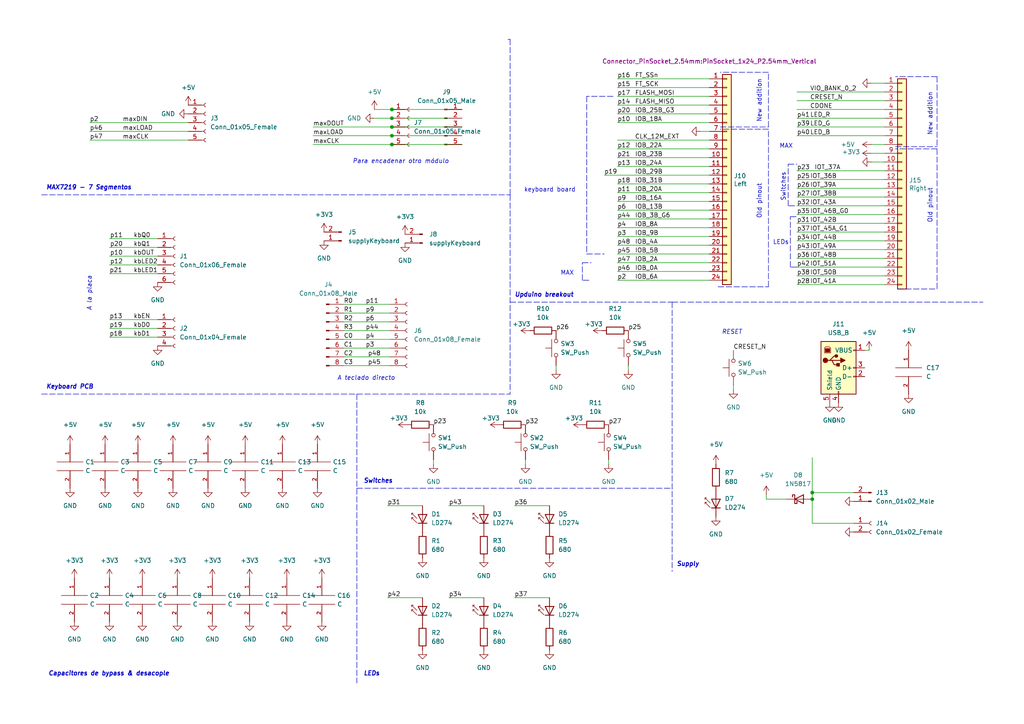
<source format=kicad_sch>
(kicad_sch (version 20211123) (generator eeschema)
  (paper "A4")
  (title_block (title "TP N° 2: Implementación de calculadora en FPGA") (date "2022-11-29") (company "22.13 - Electrónica III - Grupo 03"))
  (lib_symbols
    (symbol "Connector:Conn_01x02_Female" (pin_names (offset 1.016) hide)
      (property "Reference" "J" (at 0 2.54 0))
      (property "Value" "Conn_01x02_Female" (at 0 -5.08 0))
      (symbol "Conn_01x02_Female_1_1"
        (pin passive line (at -5.08 0 0) (length 3.81) (name "Pin_1") (number "1"))
        (pin passive line (at -5.08 -2.54 0) (length 3.81) (name "Pin_2") (number "2"))
      )
    )
    (symbol "Connector:Conn_01x02_Male" (pin_names (offset 1.016) hide)
      (property "Reference" "J" (at 0 2.54 0))
      (property "Value" "Conn_01x02_Male" (at 0 -5.08 0))
      (symbol "Conn_01x02_Male_1_1"
        (pin passive line (at 5.08 0 180) (length 3.81) (name "Pin_1") (number "1"))
        (pin passive line (at 5.08 -2.54 180) (length 3.81) (name "Pin_2") (number "2"))
      )
    )
    (symbol "Connector:Conn_01x04_Female" (pin_names (offset 1.016) hide)
      (property "Reference" "J" (at 0 5.08 0))
      (property "Value" "Conn_01x04_Female" (at 0 -7.62 0))
      (symbol "Conn_01x04_Female_1_1"
        (pin passive line (at -5.08 2.54 0) (length 3.81) (name "Pin_1") (number "1"))
        (pin passive line (at -5.08 0 0) (length 3.81) (name "Pin_2") (number "2"))
        (pin passive line (at -5.08 -2.54 0) (length 3.81) (name "Pin_3") (number "3"))
        (pin passive line (at -5.08 -5.08 0) (length 3.81) (name "Pin_4") (number "4"))
      )
    )
    (symbol "Connector:Conn_01x05_Female" (pin_names (offset 1.016) hide)
      (property "Reference" "J" (at 0 7.62 0))
      (property "Value" "Conn_01x05_Female" (at 0 -7.62 0))
      (symbol "Conn_01x05_Female_1_1"
        (pin passive line (at -5.08 5.08 0) (length 3.81) (name "Pin_1") (number "1"))
        (pin passive line (at -5.08 2.54 0) (length 3.81) (name "Pin_2") (number "2"))
        (pin passive line (at -5.08 0 0) (length 3.81) (name "Pin_3") (number "3"))
        (pin passive line (at -5.08 -2.54 0) (length 3.81) (name "Pin_4") (number "4"))
        (pin passive line (at -5.08 -5.08 0) (length 3.81) (name "Pin_5") (number "5"))
      )
    )
    (symbol "Connector:Conn_01x05_Male" (pin_names (offset 1.016) hide)
      (property "Reference" "J" (at 0 7.62 0))
      (property "Value" "Conn_01x05_Male" (at 0 -7.62 0))
      (symbol "Conn_01x05_Male_1_1"
        (pin passive line (at 5.08 5.08 180) (length 3.81) (name "Pin_1") (number "1"))
        (pin passive line (at 5.08 2.54 180) (length 3.81) (name "Pin_2") (number "2"))
        (pin passive line (at 5.08 0 180) (length 3.81) (name "Pin_3") (number "3"))
        (pin passive line (at 5.08 -2.54 180) (length 3.81) (name "Pin_4") (number "4"))
        (pin passive line (at 5.08 -5.08 180) (length 3.81) (name "Pin_5") (number "5"))
      )
    )
    (symbol "Connector:Conn_01x06_Female" (pin_names (offset 1.016) hide)
      (property "Reference" "J" (at 0 7.62 0))
      (property "Value" "Conn_01x06_Female" (at 0 -10.16 0))
      (symbol "Conn_01x06_Female_1_1"
        (pin passive line (at -5.08 5.08 0) (length 3.81) (name "Pin_1") (number "1"))
        (pin passive line (at -5.08 2.54 0) (length 3.81) (name "Pin_2") (number "2"))
        (pin passive line (at -5.08 0 0) (length 3.81) (name "Pin_3") (number "3"))
        (pin passive line (at -5.08 -2.54 0) (length 3.81) (name "Pin_4") (number "4"))
        (pin passive line (at -5.08 -5.08 0) (length 3.81) (name "Pin_5") (number "5"))
        (pin passive line (at -5.08 -7.62 0) (length 3.81) (name "Pin_6") (number "6"))
      )
    )
    (symbol "Connector:Conn_01x08_Female" (pin_names (offset 1.016) hide)
      (property "Reference" "J" (at 0 10.16 0))
      (property "Value" "Conn_01x08_Female" (at 0 -12.7 0))
      (symbol "Conn_01x08_Female_1_1"
        (pin passive line (at -5.08 7.62 0) (length 3.81) (name "Pin_1") (number "1"))
        (pin passive line (at -5.08 5.08 0) (length 3.81) (name "Pin_2") (number "2"))
        (pin passive line (at -5.08 2.54 0) (length 3.81) (name "Pin_3") (number "3"))
        (pin passive line (at -5.08 0 0) (length 3.81) (name "Pin_4") (number "4"))
        (pin passive line (at -5.08 -2.54 0) (length 3.81) (name "Pin_5") (number "5"))
        (pin passive line (at -5.08 -5.08 0) (length 3.81) (name "Pin_6") (number "6"))
        (pin passive line (at -5.08 -7.62 0) (length 3.81) (name "Pin_7") (number "7"))
        (pin passive line (at -5.08 -10.16 0) (length 3.81) (name "Pin_8") (number "8"))
      )
    )
    (symbol "Connector:Conn_01x08_Male" (pin_names (offset 1.016) hide)
      (property "Reference" "J" (at 0 10.16 0))
      (property "Value" "Conn_01x08_Male" (at 0 -12.7 0))
      (symbol "Conn_01x08_Male_1_1"
        (pin passive line (at 5.08 7.62 180) (length 3.81) (name "Pin_1") (number "1"))
        (pin passive line (at 5.08 5.08 180) (length 3.81) (name "Pin_2") (number "2"))
        (pin passive line (at 5.08 2.54 180) (length 3.81) (name "Pin_3") (number "3"))
        (pin passive line (at 5.08 0 180) (length 3.81) (name "Pin_4") (number "4"))
        (pin passive line (at 5.08 -2.54 180) (length 3.81) (name "Pin_5") (number "5"))
        (pin passive line (at 5.08 -5.08 180) (length 3.81) (name "Pin_6") (number "6"))
        (pin passive line (at 5.08 -7.62 180) (length 3.81) (name "Pin_7") (number "7"))
        (pin passive line (at 5.08 -10.16 180) (length 3.81) (name "Pin_8") (number "8"))
      )
    )
    (symbol "Connector:USB_B" (pin_names (offset 1.016))
      (property "Reference" "J" (at -5.08 11.43 0))
      (property "Value" "USB_B" (at -5.08 8.89 0))
      (symbol "USB_B_1_1"
        (pin power_out line (at 7.62 5.08 180) (length 2.54) (name "VBUS") (number "1"))
        (pin bidirectional line (at 7.62 -2.54 180) (length 2.54) (name "D-") (number "2"))
        (pin bidirectional line (at 7.62 0 180) (length 2.54) (name "D+") (number "3"))
        (pin power_out line (at 0 -10.16 90) (length 2.54) (name "GND") (number "4"))
        (pin passive line (at -2.54 -10.16 90) (length 2.54) (name "Shield") (number "5"))
      )
    )
    (symbol "Device:R" (pin_numbers hide) (pin_names (offset 0))
      (property "Reference" "R" (at 2.032 0 90))
      (property "Value" "R" (at 0 0 90))
      (symbol "R_1_1"
        (pin passive line (at 0 3.81 270) (length 1.27) (name "~") (number "1"))
        (pin passive line (at 0 -3.81 90) (length 1.27) (name "~") (number "2"))
      )
    )
    (symbol "Diode:1N5817" (pin_numbers hide) (pin_names (offset 1.016) hide)
      (property "Reference" "D" (at 0 2.54 0))
      (property "Value" "1N5817" (at 0 -2.54 0))
      (symbol "1N5817_1_1"
        (pin passive line (at -3.81 0 0) (length 2.54) (name "K") (number "1"))
        (pin passive line (at 3.81 0 180) (length 2.54) (name "A") (number "2"))
      )
    )
    (symbol "LED:LD274" (pin_numbers hide) (pin_names (offset 1.016) hide)
      (property "Reference" "D" (at 0.508 1.778 0))
      (property "Value" "LD274" (at -1.016 -2.794 0))
      (symbol "LD274_1_1"
        (pin passive line (at -5.08 0 0) (length 2.54) (name "K") (number "1"))
        (pin passive line (at 2.54 0 180) (length 2.54) (name "A") (number "2"))
      )
    )
    (symbol "Switch:SW_Push" (pin_numbers hide) (pin_names (offset 1.016) hide)
      (property "Reference" "SW" (at 1.27 2.54 0))
      (property "Value" "SW_Push" (at 0 -1.524 0))
      (symbol "SW_Push_0_1"
        (pin passive line (at -5.08 0 0) (length 2.54) (name "1") (number "1"))
        (pin passive line (at 5.08 0 180) (length 2.54) (name "2") (number "2"))
      )
    )
    (symbol "UPduino_v3.0:Connector_Generic_Conn_01x24" (pin_names (offset 1.016) hide)
      (property "Reference" "J" (at 0 30.48 0))
      (property "Value" "Connector_Generic_Conn_01x24" (at 0 -33.02 0))
      (symbol "Connector_Generic_Conn_01x24_1_1"
        (pin passive line (at -5.08 27.94 0) (length 3.81) (name "Pin_1") (number "1"))
        (pin passive line (at -5.08 5.08 0) (length 3.81) (name "Pin_10") (number "10"))
        (pin passive line (at -5.08 2.54 0) (length 3.81) (name "Pin_11") (number "11"))
        (pin passive line (at -5.08 0 0) (length 3.81) (name "Pin_12") (number "12"))
        (pin passive line (at -5.08 -2.54 0) (length 3.81) (name "Pin_13") (number "13"))
        (pin passive line (at -5.08 -5.08 0) (length 3.81) (name "Pin_14") (number "14"))
        (pin passive line (at -5.08 -7.62 0) (length 3.81) (name "Pin_15") (number "15"))
        (pin passive line (at -5.08 -10.16 0) (length 3.81) (name "Pin_16") (number "16"))
        (pin passive line (at -5.08 -12.7 0) (length 3.81) (name "Pin_17") (number "17"))
        (pin passive line (at -5.08 -15.24 0) (length 3.81) (name "Pin_18") (number "18"))
        (pin passive line (at -5.08 -17.78 0) (length 3.81) (name "Pin_19") (number "19"))
        (pin passive line (at -5.08 25.4 0) (length 3.81) (name "Pin_2") (number "2"))
        (pin passive line (at -5.08 -20.32 0) (length 3.81) (name "Pin_20") (number "20"))
        (pin passive line (at -5.08 -22.86 0) (length 3.81) (name "Pin_21") (number "21"))
        (pin passive line (at -5.08 -25.4 0) (length 3.81) (name "Pin_22") (number "22"))
        (pin passive line (at -5.08 -27.94 0) (length 3.81) (name "Pin_23") (number "23"))
        (pin passive line (at -5.08 -30.48 0) (length 3.81) (name "Pin_24") (number "24"))
        (pin passive line (at -5.08 22.86 0) (length 3.81) (name "Pin_3") (number "3"))
        (pin passive line (at -5.08 20.32 0) (length 3.81) (name "Pin_4") (number "4"))
        (pin passive line (at -5.08 17.78 0) (length 3.81) (name "Pin_5") (number "5"))
        (pin passive line (at -5.08 15.24 0) (length 3.81) (name "Pin_6") (number "6"))
        (pin passive line (at -5.08 12.7 0) (length 3.81) (name "Pin_7") (number "7"))
        (pin passive line (at -5.08 10.16 0) (length 3.81) (name "Pin_8") (number "8"))
        (pin passive line (at -5.08 7.62 0) (length 3.81) (name "Pin_9") (number "9"))
      )
    )
    (symbol "UPduino_v3.0:power_+3.3V" (power) (pin_names (offset 0))
      (property "Value" "power_+3.3V" (at 0 3.556 0))
      (symbol "power_+3.3V_1_1"
        (pin power_in line (at 0 0 90) (length 0) hide (name "+3V3") (number "1"))
      )
    )
    (symbol "UPduino_v3.0:power_GND" (power) (pin_names (offset 0))
      (property "Value" "power_GND" (at 0 -3.81 0))
      (symbol "power_GND_1_1"
        (pin power_in line (at 0 0 270) (length 0) hide (name "GND") (number "1"))
      )
    )
    (symbol "power:+3V3" (power) (pin_names (offset 0))
      (property "Value" "+3V3" (at 0 3.556 0))
      (symbol "+3V3_1_1"
        (pin power_in line (at 0 0 90) (length 0) hide (name "+3V3") (number "1"))
      )
    )
    (symbol "power:+5V" (power) (pin_names (offset 0))
      (property "Value" "+5V" (at 0 3.556 0))
      (symbol "+5V_1_1"
        (pin power_in line (at 0 0 90) (length 0) hide (name "+5V") (number "1"))
      )
    )
    (symbol "power:GND" (power) (pin_names (offset 0))
      (property "Value" "GND" (at 0 -3.81 0))
      (symbol "GND_1_1"
        (pin power_in line (at 0 0 270) (length 0) hide (name "GND") (number "1"))
      )
    )
    (symbol "pspice:C" (pin_names (offset 0.254))
      (property "Reference" "C" (at 2.54 3.81 90))
      (property "Value" "C" (at 2.54 -3.81 90))
      (symbol "C_1_1"
        (pin passive line (at 0 6.35 270) (length 5.08) (name "~") (number "1"))
        (pin passive line (at 0 -6.35 90) (length 5.08) (name "~") (number "2"))
      )
    )
  )
  (junction (at 113.665 31.75))
  (junction (at 113.665 39.37))
  (junction (at 235.585 142.875))
  (junction (at 113.665 41.91))
  (junction (at 113.665 36.83))
  (junction (at 235.585 144.78))
  (junction (at 113.665 34.29))
  (wire (pts (xy 179.07 22.86) (xy 205.74 22.86)))
  (wire (pts (xy 99.695 106.045) (xy 113.03 106.045)))
  (wire (pts (xy 179.07 27.94) (xy 205.74 27.94)))
  (wire (pts (xy 31.75 95.25) (xy 45.72 95.25)))
  (wire (pts (xy 31.75 71.755) (xy 45.72 71.755)))
  (wire (pts (xy 99.695 90.805) (xy 113.03 90.805)))
  (wire (pts (xy 99.695 95.885) (xy 113.03 95.885)))
  (polyline (pts (xy 271.78 43.18) (xy 259.715 43.18)))
  (wire (pts (xy 231.14 26.67) (xy 256.54 26.67)))
  (wire (pts (xy 231.14 67.31) (xy 256.54 67.31)))
  (wire (pts (xy 235.585 151.765) (xy 235.585 144.78)))
  (polyline (pts (xy 222.885 36.83) (xy 222.885 20.955)))
  (wire (pts (xy 231.14 74.93) (xy 256.54 74.93)))
  (wire (pts (xy 31.75 97.79) (xy 45.72 97.79)))
  (wire (pts (xy 179.07 73.66) (xy 205.74 73.66)))
  (wire (pts (xy 231.14 31.75) (xy 256.54 31.75)))
  (wire (pts (xy 179.07 25.4) (xy 205.74 25.4)))
  (polyline (pts (xy 103.505 141.605) (xy 194.945 141.605)))
  (wire (pts (xy 231.14 62.23) (xy 256.54 62.23)))
  (wire (pts (xy 231.14 59.69) (xy 256.54 59.69)))
  (wire (pts (xy 113.665 31.75) (xy 133.985 31.75)))
  (wire (pts (xy 130.175 146.685) (xy 140.335 146.685)))
  (polyline (pts (xy 170.815 81.28) (xy 168.91 81.28)))
  (wire (pts (xy 161.29 106.045) (xy 161.29 107.315)))
  (wire (pts (xy 179.07 58.42) (xy 205.74 58.42)))
  (wire (pts (xy 231.14 54.61) (xy 256.54 54.61)))
  (polyline (pts (xy 168.91 81.28) (xy 168.91 76.2)))
  (wire (pts (xy 179.07 55.88) (xy 205.74 55.88)))
  (polyline (pts (xy 194.945 87.63) (xy 194.945 87.63)))
  (wire (pts (xy 113.665 36.83) (xy 133.985 36.83)))
  (wire (pts (xy 231.14 77.47) (xy 256.54 77.47)))
  (polyline (pts (xy 222.885 37.465) (xy 208.915 37.465)))
  (wire (pts (xy 26.035 35.56) (xy 54.61 35.56)))
  (polyline (pts (xy 147.955 56.515) (xy 147.955 114.3)))
  (polyline (pts (xy 147.32 11.43) (xy 147.955 11.43)))
  (wire (pts (xy 99.695 98.425) (xy 113.03 98.425)))
  (wire (pts (xy 152.4 133.35) (xy 152.4 134.62)))
  (wire (pts (xy 231.14 39.37) (xy 256.54 39.37)))
  (polyline (pts (xy 208.915 36.83) (xy 222.885 36.83)))
  (polyline (pts (xy 103.505 114.3) (xy 103.505 198.12)))
  (wire (pts (xy 113.665 34.29) (xy 133.985 34.29)))
  (wire (pts (xy 26.035 38.1) (xy 54.61 38.1)))
  (wire (pts (xy 179.07 45.72) (xy 205.74 45.72)))
  (polyline (pts (xy 231.14 77.47) (xy 229.235 77.47)))
  (wire (pts (xy 90.805 39.37) (xy 113.665 39.37)))
  (wire (pts (xy 108.585 34.29) (xy 113.665 34.29)))
  (wire (pts (xy 179.07 43.18) (xy 205.74 43.18)))
  (polyline (pts (xy 228.6 59.69) (xy 228.6 47.625)))
  (wire (pts (xy 113.665 39.37) (xy 133.985 39.37)))
  (wire (pts (xy 252.73 24.13) (xy 256.54 24.13)))
  (wire (pts (xy 99.695 100.965) (xy 113.03 100.965)))
  (wire (pts (xy 182.245 106.045) (xy 182.245 107.315)))
  (wire (pts (xy 31.75 79.375) (xy 45.72 79.375)))
  (wire (pts (xy 179.07 33.02) (xy 205.74 33.02)))
  (polyline (pts (xy 194.945 87.63) (xy 285.115 87.63)))
  (wire (pts (xy 231.14 29.21) (xy 256.54 29.21)))
  (polyline (pts (xy 229.235 62.865) (xy 231.14 62.865)))
  (wire (pts (xy 231.14 57.15) (xy 256.54 57.15)))
  (wire (pts (xy 130.175 173.355) (xy 140.335 173.355)))
  (wire (pts (xy 179.07 30.48) (xy 205.74 30.48)))
  (wire (pts (xy 99.695 93.345) (xy 113.03 93.345)))
  (wire (pts (xy 179.07 40.64) (xy 205.74 40.64)))
  (polyline (pts (xy 260.35 83.82) (xy 271.78 83.82)))
  (wire (pts (xy 179.07 60.96) (xy 205.74 60.96)))
  (polyline (pts (xy 12.065 56.515) (xy 147.955 56.515)))
  (polyline (pts (xy 222.885 83.185) (xy 222.885 37.465)))
  (wire (pts (xy 179.07 48.26) (xy 205.74 48.26)))
  (wire (pts (xy 179.07 68.58) (xy 205.74 68.58)))
  (wire (pts (xy 26.035 40.64) (xy 54.61 40.64)))
  (wire (pts (xy 231.14 72.39) (xy 256.54 72.39)))
  (polyline (pts (xy 228.6 47.625) (xy 231.14 47.625)))
  (polyline (pts (xy 194.945 87.63) (xy 194.945 165.735)))
  (wire (pts (xy 31.75 74.295) (xy 45.72 74.295)))
  (wire (pts (xy 247.65 151.765) (xy 235.585 151.765)))
  (wire (pts (xy 90.805 41.91) (xy 113.665 41.91)))
  (wire (pts (xy 231.14 36.83) (xy 256.54 36.83)))
  (wire (pts (xy 179.07 71.12) (xy 205.74 71.12)))
  (wire (pts (xy 31.75 69.215) (xy 45.72 69.215)))
  (wire (pts (xy 222.25 143.51) (xy 222.25 144.78)))
  (wire (pts (xy 113.665 41.91) (xy 133.985 41.91)))
  (wire (pts (xy 222.25 144.78) (xy 227.965 144.78)))
  (wire (pts (xy 179.07 66.04) (xy 205.74 66.04)))
  (polyline (pts (xy 230.505 59.69) (xy 228.6 59.69)))
  (polyline (pts (xy 222.885 20.955) (xy 208.915 20.955)))
  (wire (pts (xy 179.07 78.74) (xy 205.74 78.74)))
  (polyline (pts (xy 147.955 87.63) (xy 194.945 87.63)))
  (wire (pts (xy 149.225 146.685) (xy 159.385 146.685)))
  (wire (pts (xy 252.73 44.45) (xy 256.54 44.45)))
  (wire (pts (xy 256.54 41.91) (xy 252.73 41.91)))
  (polyline (pts (xy 259.715 42.545) (xy 271.78 42.545)))
  (wire (pts (xy 99.695 88.265) (xy 113.03 88.265)))
  (wire (pts (xy 149.225 173.355) (xy 159.385 173.355)))
  (polyline (pts (xy 12.065 114.3) (xy 147.955 114.3)))
  (wire (pts (xy 212.725 111.76) (xy 212.725 113.03)))
  (wire (pts (xy 175.26 50.8) (xy 205.74 50.8)))
  (wire (pts (xy 231.14 34.29) (xy 256.54 34.29)))
  (wire (pts (xy 231.14 64.77) (xy 256.54 64.77)))
  (wire (pts (xy 231.14 82.55) (xy 256.54 82.55)))
  (polyline (pts (xy 271.78 22.225) (xy 271.78 42.545)))
  (wire (pts (xy 231.14 80.01) (xy 256.54 80.01)))
  (polyline (pts (xy 170.18 73.66) (xy 175.26 73.66)))
  (wire (pts (xy 176.53 133.35) (xy 176.53 134.62)))
  (polyline (pts (xy 271.78 22.225) (xy 259.715 22.225)))
  (polyline (pts (xy 147.955 56.515) (xy 147.955 11.43)))
  (wire (pts (xy 179.07 81.28) (xy 205.74 81.28)))
  (wire (pts (xy 231.14 69.85) (xy 256.54 69.85)))
  (wire (pts (xy 179.07 35.56) (xy 205.74 35.56)))
  (wire (pts (xy 31.75 76.835) (xy 45.72 76.835)))
  (polyline (pts (xy 271.78 43.18) (xy 271.78 83.82)))
  (wire (pts (xy 99.695 103.505) (xy 113.03 103.505)))
  (wire (pts (xy 179.07 63.5) (xy 205.74 63.5)))
  (wire (pts (xy 112.395 173.355) (xy 122.555 173.355)))
  (wire (pts (xy 205.74 38.1) (xy 203.2 38.1)))
  (wire (pts (xy 231.14 49.53) (xy 256.54 49.53)))
  (polyline (pts (xy 177.8 27.94) (xy 170.18 27.94)))
  (wire (pts (xy 252.095 101.6) (xy 250.825 101.6)))
  (wire (pts (xy 256.54 46.99) (xy 252.73 46.99)))
  (polyline (pts (xy 208.28 83.185) (xy 222.885 83.185)))
  (wire (pts (xy 235.585 142.875) (xy 235.585 144.78)))
  (wire (pts (xy 231.14 52.07) (xy 256.54 52.07)))
  (wire (pts (xy 235.585 132.715) (xy 235.585 142.875)))
  (wire (pts (xy 112.395 146.685) (xy 122.555 146.685)))
  (wire (pts (xy 179.07 76.2) (xy 205.74 76.2)))
  (wire (pts (xy 90.805 36.83) (xy 113.665 36.83)))
  (wire (pts (xy 31.75 92.71) (xy 45.72 92.71)))
  (wire (pts (xy 179.07 53.34) (xy 205.74 53.34)))
  (polyline (pts (xy 170.18 27.94) (xy 170.18 73.66)))
  (wire (pts (xy 125.73 133.35) (xy 125.73 134.62)))
  (polyline (pts (xy 229.235 77.47) (xy 229.235 62.865)))
  (wire (pts (xy 247.65 142.875) (xy 235.585 142.875)))
  (wire (pts (xy 108.585 31.75) (xy 113.665 31.75)))
  (polyline (pts (xy 168.91 76.2) (xy 171.45 76.2)))
  (text "A teclado directo" (at 97.79 110.49 0) (effects (font (size 1.27 1.27) italic) (justify left bottom)))
  (text "MAX" (at 226.06 43.18 0) (effects (font (size 1.27 1.27)) (justify left bottom)))
  (text "A la placa" (at 26.67 80.01 270) (effects (font (size 1.27 1.27) italic) (justify right bottom)))
  (text "LEDs" (at 105.41 196.215 0) (effects (font (size 1.27 1.27) (thickness 0.254) bold italic) (justify left bottom)))
  (text "MAX" (at 162.56 80.01 0) (effects (font (size 1.27 1.27)) (justify left bottom)))
  (text "Old pinout" (at 270.51 64.77 90) (effects (font (size 1.27 1.27)) (justify left bottom)))
  (text "Capacitores de bypass & desacople" (at 13.97 196.215 0) (effects (font (size 1.27 1.27) (thickness 0.254) bold italic) (justify left bottom)))
  (text "LEDs\n" (at 224.155 71.12 0) (effects (font (size 1.27 1.27)) (justify left bottom)))
  (text "Para encadenar otro módulo" (at 102.235 47.625 0) (effects (font (size 1.27 1.27) italic) (justify left bottom)))
  (text "Upduino breakout" (at 149.225 86.36 0) (effects (font (size 1.27 1.27) (thickness 0.254) bold italic) (justify left bottom)))
  (text "Supply" (at 196.215 164.465 0) (effects (font (size 1.27 1.27) (thickness 0.254) bold italic) (justify left bottom)))
  (text "MAX7219 - 7 Segmentos" (at 13.335 55.245 0) (effects (font (size 1.27 1.27) (thickness 0.254) bold italic) (justify left bottom)))
  (text "New addition" (at 270.51 39.37 90) (effects (font (size 1.27 1.27)) (justify left bottom)))
  (text "Switches" (at 105.41 140.335 0) (effects (font (size 1.27 1.27) (thickness 0.254) bold italic) (justify left bottom)))
  (text "keyboard board" (at 167.005 55.88 180) (effects (font (size 1.27 1.27)) (justify right bottom)))
  (text "RESET" (at 215.265 97.155 180) (effects (font (size 1.27 1.27) italic) (justify right bottom)))
  (text "Old pinout" (at 220.98 63.5 90) (effects (font (size 1.27 1.27)) (justify left bottom)))
  (text "New addition" (at 220.98 35.56 90) (effects (font (size 1.27 1.27)) (justify left bottom)))
  (text "Keyboard PCB" (at 13.335 113.03 0) (effects (font (size 1.27 1.27) (thickness 0.254) bold italic) (justify left bottom)))
  (text "Switches" (at 227.965 58.42 90) (effects (font (size 1.27 1.27)) (justify left bottom)))
  (label "p18" (at 31.75 97.79 0))
  (label "FLASH_MISO" (at 184.15 30.48 0))
  (label "kbQ1" (at 38.735 71.755 0))
  (label "p25" (at 182.245 95.885 0))
  (label "p11" (at 31.8813 69.215 0))
  (label "IOT_38B" (at 234.95 57.15 0))
  (label "IOT_36B" (at 234.95 52.07 0))
  (label "p19" (at 175.26 50.8 0))
  (label "p9" (at 179.07 58.42 0))
  (label "R1" (at 99.695 90.805 0))
  (label "IOB_5B" (at 184.15 73.66 0))
  (label "p34" (at 231.14 69.85 0))
  (label "CLK_12M_EXT" (at 184.15 40.64 0))
  (label "IOB_24A" (at 184.15 48.26 0))
  (label "p27" (at 176.53 123.19 0))
  (label "IOT_46B_G0" (at 234.95 62.23 0))
  (label "CRESET_N" (at 234.95 29.21 0))
  (label "IOT_41A" (at 234.95 82.55 0))
  (label "p46" (at 179.07 78.74 0))
  (label "p48" (at 179.07 71.12 0))
  (label "p11" (at 179.07 55.88 0))
  (label "kbLED2" (at 38.735 76.835 0))
  (label "C3" (at 99.695 106.045 0))
  (label "IOB_29B" (at 184.15 50.8 0))
  (label "FT_SSn" (at 184.15 22.86 0))
  (label "p17" (at 179.07 27.94 0))
  (label "p41" (at 231.14 34.29 0))
  (label "IOT_44B" (at 234.95 69.85 0))
  (label "p27" (at 231.14 57.15 0))
  (label "IOB_25B_G3" (at 184.15 33.02 0))
  (label "IOT_39A" (at 234.95 54.61 0))
  (label "p13" (at 179.07 48.26 0))
  (label "LED_R" (at 234.95 34.29 0))
  (label "IOB_6A" (at 184.15 81.28 0))
  (label "p26" (at 161.29 95.885 0))
  (label "p9" (at 106.045 90.805 0))
  (label "p42" (at 231.14 77.47 0))
  (label "p2" (at 26.035 35.56 0))
  (label "IOB_13B" (at 184.15 60.96 0))
  (label "p23" (at 125.73 123.19 0))
  (label "p46" (at 26.035 38.1 0))
  (label "IOB_8A" (at 184.15 66.04 0))
  (label "p31" (at 112.395 146.685 0))
  (label "p35" (at 231.14 62.23 0))
  (label "p10" (at 31.8813 74.295 0))
  (label "FT_SCK" (at 184.15 25.4 0))
  (label "kbOUT" (at 38.735 74.295 0))
  (label "p44" (at 179.07 63.5 0))
  (label "maxDOUT" (at 90.805 36.83 0))
  (label "IOT_37A" (at 236.22 49.53 0))
  (label "p26" (at 231.14 54.61 0))
  (label "R3" (at 99.695 95.885 0))
  (label "IOT_48B" (at 234.95 74.93 0))
  (label "p40" (at 231.14 39.37 0))
  (label "CDONE" (at 234.95 31.75 0))
  (label "p32" (at 152.4 123.19 0))
  (label "p25" (at 231.14 52.07 0))
  (label "p14" (at 179.07 30.48 0))
  (label "p4" (at 106.045 98.425 0))
  (label "IOT_49A" (at 234.95 72.39 0))
  (label "p6" (at 179.07 60.96 0))
  (label "IOB_4A" (at 184.15 71.12 0))
  (label "maxDIN" (at 35.56 35.56 0))
  (label "CRESET_N" (at 212.725 101.6 0))
  (label "p16" (at 179.07 22.86 0))
  (label "p15" (at 179.07 25.4 0))
  (label "IOB_22A" (at 184.15 43.18 0))
  (label "p42" (at 112.395 173.355 0))
  (label "p45" (at 179.07 73.66 0))
  (label "p36" (at 149.225 146.685 0))
  (label "p39" (at 231.14 36.83 0))
  (label "p2" (at 179.07 81.28 0))
  (label "p23" (at 231.14 49.53 0))
  (label "p20" (at 179.07 33.02 0))
  (label "kbQ0" (at 38.735 69.215 0))
  (label "p19" (at 31.75 95.25 0))
  (label "kbD1" (at 38.735 97.79 0))
  (label "p48" (at 106.68 103.505 0))
  (label "IOB_2A" (at 184.15 76.2 0))
  (label "IOB_31B" (at 184.15 53.34 0))
  (label "maxCLK" (at 35.56 40.64 0))
  (label "p12" (at 179.07 43.18 0))
  (label "p10" (at 179.07 35.56 0))
  (label "R0" (at 99.695 88.265 0))
  (label "p44" (at 106.045 95.885 0))
  (label "p45" (at 106.68 106.045 0))
  (label "IOB_9B" (at 184.15 68.58 0))
  (label "maxLOAD" (at 35.56 38.1 0))
  (label "IOT_43A" (at 234.95 59.69 0))
  (label "p21" (at 31.75 79.375 0))
  (label "maxLOAD" (at 90.805 39.37 0))
  (label "p43" (at 130.175 146.685 0))
  (label "p37" (at 231.14 67.31 0))
  (label "kbEN" (at 38.735 92.71 0))
  (label "IOB_18A" (at 184.15 35.56 0))
  (label "LED_B" (at 234.95 39.37 0))
  (label "p34" (at 130.175 173.355 0))
  (label "C1" (at 99.695 100.965 0))
  (label "p3" (at 179.07 68.58 0))
  (label "p31" (at 231.14 64.77 0))
  (label "p37" (at 149.225 173.355 0))
  (label "kbD0" (at 38.735 95.25 0))
  (label "maxCLK" (at 90.805 41.91 0))
  (label "p28" (at 231.14 82.55 0))
  (label "IOT_50B" (at 234.95 80.01 0))
  (label "kbLED1" (at 38.735 79.375 0))
  (label "p47" (at 26.035 40.64 0))
  (label "FLASH_MOSI" (at 184.15 27.94 0))
  (label "p3" (at 106.045 100.965 0))
  (label "p20" (at 31.8813 71.755 0))
  (label "p4" (at 179.07 66.04 0))
  (label "IOT_42B" (at 234.95 64.77 0))
  (label "p47" (at 179.07 76.2 0))
  (label "p38" (at 231.14 80.01 0))
  (label "p36" (at 231.14 74.93 0))
  (label "IOT_51A" (at 234.95 77.47 0))
  (label "p11" (at 106.045 88.265 0))
  (label "IOB_20A" (at 184.15 55.88 0))
  (label "LED_G" (at 234.95 36.83 0))
  (label "C0" (at 99.695 98.425 0))
  (label "VIO_BANK_0_2" (at 234.95 26.67 0))
  (label "p6" (at 106.045 93.345 0))
  (label "IOB_3B_G6" (at 184.15 63.5 0))
  (label "p32" (at 231.14 59.69 0))
  (label "C2" (at 99.695 103.505 0))
  (label "R2" (at 99.695 93.345 0))
  (label "IOB_23B" (at 184.15 45.72 0))
  (label "p21" (at 179.07 45.72 0))
  (label "p13" (at 31.75 92.71 0))
  (label "p18" (at 179.07 53.34 0))
  (label "IOB_16A" (at 184.15 58.42 0))
  (label "p43" (at 231.14 72.39 0))
  (label "IOB_0A" (at 184.15 78.74 0))
  (label "IOT_45A_G1" (at 234.95 67.31 0))
  (label "p12" (at 31.8813 76.835 0))
  (symbol (lib_id "power:+3V3") (at 41.275 167.64 0) (unit 1)
    (property "Reference" "#PWR011" (effects hide))
    (property "Value" "+3V3" (at 41.275 162.56 0))
  )
  (symbol (lib_id "UPduino_v3.0:power_GND") (at 252.73 46.99 270) (unit 1)
    (property "Reference" "#PWR068" (effects hide))
    (property "Value" "GND" (effects hide))
  )
  (symbol (lib_id "power:GND") (at 30.48 141.605 0) (unit 1)
    (property "Reference" "#PWR06" (effects hide))
    (property "Value" "GND" (at 30.48 146.685 0))
  )
  (symbol (lib_id "power:GND") (at 60.325 141.605 0) (unit 1)
    (property "Reference" "#PWR022" (effects hide))
    (property "Value" "GND" (at 60.325 146.685 0))
  )
  (symbol (lib_id "power:GND") (at 122.555 161.925 0) (unit 1)
    (property "Reference" "#PWR044" (effects hide))
    (property "Value" "GND" (at 122.555 167.005 0))
  )
  (symbol (lib_id "power:GND") (at 50.165 141.605 0) (unit 1)
    (property "Reference" "#PWR016" (effects hide))
    (property "Value" "GND" (at 50.165 146.685 0))
  )
  (symbol (lib_id "LED:LD274") (at 122.555 149.225 90) (unit 1)
    (property "Reference" "D1" (at 125.095 149.0979 90) (effects (justify right)))
    (property "Value" "LD274" (at 125.095 151.6379 90) (effects (justify right)))
    (property "Footprint" "LED_THT:LED_D5.0mm_IRGrey" (effects hide))
    (property "Datasheet" "http://pdf.datasheetcatalog.com/datasheet/siemens/LD274.pdf" (effects hide))
  )
  (symbol (lib_id "power:GND") (at 40.005 141.605 0) (unit 1)
    (property "Reference" "#PWR010" (effects hide))
    (property "Value" "GND" (at 40.005 146.685 0))
  )
  (symbol (lib_id "Device:R") (at 159.385 158.115 180) (unit 1)
    (property "Reference" "R5" (at 161.925 156.8449 0) (effects (justify right)))
    (property "Value" "680" (at 161.925 159.3849 0) (effects (justify right)))
    (property "Footprint" "Resistor_SMD:R_0805_2012Metric" (effects hide))
  )
  (symbol (lib_id "pspice:C") (at 30.48 135.255 0) (unit 1)
    (property "Reference" "C3" (at 34.925 133.9849 0) (effects (justify left)))
    (property "Value" "C" (at 34.925 136.5249 0) (effects (justify left)))
    (property "Footprint" "Capacitor_SMD:C_0805_2012Metric" (effects hide))
  )
  (symbol (lib_id "UPduino_v3.0:Connector_Generic_Conn_01x24") (at 210.82 50.8 0) (unit 1)
    (property "Reference" "J10" (at 212.8266 51.0032 0) (effects (justify left)))
    (property "Value" "Left" (at 212.8266 53.3146 0) (effects (justify left)))
    (property "Footprint" "Connector_PinSocket_2.54mm:PinSocket_1x24_P2.54mm_Vertical" (at 205.74 17.78 0))
  )
  (symbol (lib_id "Device:R") (at 148.59 123.19 270) (unit 1)
    (property "Reference" "R9" (at 148.59 116.84 90))
    (property "Value" "10k" (at 148.59 119.38 90))
    (property "Footprint" "Resistor_SMD:R_0805_2012Metric" (effects hide))
  )
  (symbol (lib_id "Device:R") (at 159.385 184.785 180) (unit 1)
    (property "Reference" "R6" (at 161.925 183.5149 0) (effects (justify right)))
    (property "Value" "680" (at 161.925 186.0549 0) (effects (justify right)))
    (property "Footprint" "Resistor_SMD:R_0805_2012Metric" (effects hide))
  )
  (symbol (lib_id "pspice:C") (at 40.005 135.255 0) (unit 1)
    (property "Reference" "C5" (at 44.45 133.9849 0) (effects (justify left)))
    (property "Value" "C" (at 44.45 136.5249 0) (effects (justify left)))
    (property "Footprint" "Capacitor_SMD:C_0805_2012Metric" (effects hide))
  )
  (symbol (lib_id "pspice:C") (at 41.275 173.99 0) (unit 1)
    (property "Reference" "C6" (at 45.72 172.7199 0) (effects (justify left)))
    (property "Value" "C" (at 45.72 175.2599 0) (effects (justify left)))
    (property "Footprint" "Capacitor_SMD:C_0805_2012Metric" (effects hide))
  )
  (symbol (lib_id "power:GND") (at 61.595 180.34 0) (unit 1)
    (property "Reference" "#PWR024" (effects hide))
    (property "Value" "GND" (at 61.595 185.42 0))
  )
  (symbol (lib_id "power:+3V3") (at 118.11 123.19 90) (unit 1)
    (property "Reference" "#PWR061" (effects hide))
    (property "Value" "+3V3" (at 113.03 121.285 90) (effects (justify right)))
  )
  (symbol (lib_id "power:GND") (at 45.72 100.33 0) (unit 1)
    (property "Reference" "#PWR014" (effects hide))
    (property "Value" "GND" (at 45.72 105.41 0))
  )
  (symbol (lib_id "power:+3V3") (at 51.435 167.64 0) (unit 1)
    (property "Reference" "#PWR017" (effects hide))
    (property "Value" "+3V3" (at 51.435 162.56 0))
  )
  (symbol (lib_id "power:+5V") (at 108.585 31.75 0) (unit 1)
    (property "Reference" "#PWR039" (effects hide))
    (property "Value" "+5V" (at 108.585 26.67 0))
  )
  (symbol (lib_id "power:GND") (at 122.555 188.595 0) (unit 1)
    (property "Reference" "#PWR045" (effects hide))
    (property "Value" "GND" (at 122.555 193.675 0))
  )
  (symbol (lib_id "power:GND") (at 176.53 134.62 0) (unit 1)
    (property "Reference" "#PWR052" (effects hide))
    (property "Value" "GND" (at 176.53 139.7 0))
  )
  (symbol (lib_id "Connector:Conn_01x02_Male") (at 122.555 70.485 180) (unit 1)
    (property "Reference" "J8" (at 124.46 67.9449 0) (effects (justify right)))
    (property "Value" "supplyKeyboard" (at 124.46 70.4849 0) (effects (justify right)))
    (property "Footprint" "Connector_PinSocket_2.54mm:PinSocket_1x02_P2.54mm_Vertical" (effects hide))
  )
  (symbol (lib_id "power:GND") (at 182.245 107.315 0) (unit 1)
    (property "Reference" "#PWR053" (effects hide))
    (property "Value" "GND" (at 182.245 112.395 0))
  )
  (symbol (lib_id "power:GND") (at 140.335 161.925 0) (unit 1)
    (property "Reference" "#PWR046" (effects hide))
    (property "Value" "GND" (at 140.335 167.005 0))
  )
  (symbol (lib_id "pspice:C") (at 31.75 173.99 0) (unit 1)
    (property "Reference" "C4" (at 36.195 172.7199 0) (effects (justify left)))
    (property "Value" "C" (at 36.195 175.2599 0) (effects (justify left)))
    (property "Footprint" "Capacitor_SMD:C_0805_2012Metric" (effects hide))
  )
  (symbol (lib_id "power:GND") (at 161.29 107.315 0) (unit 1)
    (property "Reference" "#PWR049" (effects hide))
    (property "Value" "GND" (at 161.29 112.395 0))
  )
  (symbol (lib_id "power:GND") (at 117.475 70.485 0) (unit 1)
    (property "Reference" "#PWR042" (effects hide))
    (property "Value" "GND" (at 117.475 75.565 0))
  )
  (symbol (lib_id "power:GND") (at 71.12 141.605 0) (unit 1)
    (property "Reference" "#PWR026" (effects hide))
    (property "Value" "GND" (at 71.12 146.685 0))
  )
  (symbol (lib_id "power:+3V3") (at 153.67 95.885 90) (unit 1)
    (property "Reference" "#PWR072" (effects hide))
    (property "Value" "+3V3" (at 148.59 93.98 90) (effects (justify right)))
  )
  (symbol (lib_id "Connector:USB_B") (at 243.205 106.68 0) (unit 1)
    (property "Reference" "J11" (at 243.205 93.98 0))
    (property "Value" "USB_B" (at 243.205 96.52 0))
    (property "Footprint" "Connector_USB:USB_B_OST_USB-B1HSxx_Horizontal" (effects hide))
    (property "Datasheet" " ~" (effects hide))
  )
  (symbol (lib_id "power:+5V") (at 20.32 128.905 0) (unit 1)
    (property "Reference" "#PWR01" (effects hide))
    (property "Value" "+5V" (at 20.32 123.19 0))
  )
  (symbol (lib_id "Connector:Conn_01x08_Male") (at 94.615 95.885 0) (unit 1)
    (property "Reference" "J4" (at 95.25 82.55 0))
    (property "Value" "Conn_01x08_Male" (at 95.25 85.09 0))
    (property "Footprint" "Connector_PinHeader_2.54mm:PinHeader_1x08_P2.54mm_Vertical" (effects hide))
  )
  (symbol (lib_id "LED:LD274") (at 140.335 149.225 90) (unit 1)
    (property "Reference" "D3" (at 142.875 149.0979 90) (effects (justify right)))
    (property "Value" "LD274" (at 142.875 151.6379 90) (effects (justify right)))
    (property "Footprint" "LED_THT:LED_D5.0mm_IRGrey" (effects hide))
    (property "Datasheet" "http://pdf.datasheetcatalog.com/datasheet/siemens/LD274.pdf" (effects hide))
  )
  (symbol (lib_id "Switch:SW_Push") (at 176.53 128.27 90) (unit 1)
    (property "Reference" "SW4" (at 177.8 126.9999 90) (effects (justify right)))
    (property "Value" "SW_Push" (at 177.8 129.5399 90) (effects (justify right)))
    (property "Footprint" "Button_Switch_THT:SW_PUSH_6mm" (effects hide))
  )
  (symbol (lib_id "pspice:C") (at 83.185 173.99 0) (unit 1)
    (property "Reference" "C14" (at 87.63 172.7199 0) (effects (justify left)))
    (property "Value" "C" (at 87.63 175.2599 0) (effects (justify left)))
    (property "Footprint" "Capacitor_SMD:C_0805_2012Metric" (effects hide))
  )
  (symbol (lib_id "power:+5V") (at 252.73 41.91 90) (unit 1)
    (property "Reference" "#PWR066" (effects hide))
    (property "Value" "+5V" (at 243.84 41.91 90) (effects (justify right)))
  )
  (symbol (lib_id "Device:R") (at 140.335 184.785 180) (unit 1)
    (property "Reference" "R4" (at 142.875 183.5149 0) (effects (justify right)))
    (property "Value" "680" (at 142.875 186.0549 0) (effects (justify right)))
    (property "Footprint" "Resistor_SMD:R_0805_2012Metric" (effects hide))
  )
  (symbol (lib_id "power:GND") (at 93.98 69.85 0) (unit 1)
    (property "Reference" "#PWR038" (effects hide))
    (property "Value" "GND" (at 93.98 74.93 0))
  )
  (symbol (lib_id "UPduino_v3.0:Connector_Generic_Conn_01x24") (at 261.62 52.07 0) (unit 1)
    (property "Reference" "J15" (at 263.652 52.2732 0) (effects (justify left)))
    (property "Value" "Right" (at 263.652 54.5846 0) (effects (justify left)))
    (property "Footprint" "Connector_PinSocket_2.54mm:PinSocket_1x24_P2.54mm_Vertical" (effects hide))
  )
  (symbol (lib_id "Connector:Conn_01x08_Female") (at 118.11 95.885 0) (unit 1)
    (property "Reference" "J6" (at 120.015 95.8849 0) (effects (justify left)))
    (property "Value" "Conn_01x08_Female" (at 120.015 98.4249 0) (effects (justify left)))
    (property "Footprint" "Connector_PinSocket_2.54mm:PinSocket_1x08_P2.54mm_Vertical" (effects hide))
  )
  (symbol (lib_id "power:GND") (at 21.59 180.34 0) (unit 1)
    (property "Reference" "#PWR04" (effects hide))
    (property "Value" "GND" (at 21.59 185.42 0))
  )
  (symbol (lib_id "Device:R") (at 122.555 184.785 180) (unit 1)
    (property "Reference" "R2" (at 125.095 183.5149 0) (effects (justify right)))
    (property "Value" "680" (at 125.095 186.0549 0) (effects (justify right)))
    (property "Footprint" "Resistor_SMD:R_0805_2012Metric" (effects hide))
  )
  (symbol (lib_id "power:+5V") (at 92.075 128.905 0) (unit 1)
    (property "Reference" "#PWR033" (effects hide))
    (property "Value" "+5V" (at 92.075 123.19 0))
  )
  (symbol (lib_id "LED:LD274") (at 122.555 175.895 90) (unit 1)
    (property "Reference" "D2" (at 125.095 175.7679 90) (effects (justify right)))
    (property "Value" "LD274" (at 125.095 178.3079 90) (effects (justify right)))
    (property "Footprint" "LED_THT:LED_D5.0mm_IRGrey" (effects hide))
    (property "Datasheet" "http://pdf.datasheetcatalog.com/datasheet/siemens/LD274.pdf" (effects hide))
  )
  (symbol (lib_id "power:GND") (at 212.725 113.03 0) (unit 1)
    (property "Reference" "#PWR057" (effects hide))
    (property "Value" "GND" (at 212.725 118.11 0))
  )
  (symbol (lib_id "power:GND") (at 240.665 116.84 0) (unit 1)
    (property "Reference" "#PWR059" (effects hide))
    (property "Value" "GND" (at 240.665 121.92 0))
  )
  (symbol (lib_id "power:GND") (at 54.61 33.02 270) (unit 1)
    (property "Reference" "#PWR020" (effects hide))
    (property "Value" "GND" (at 50.8 33.0199 90) (effects (justify right)))
  )
  (symbol (lib_id "pspice:C") (at 263.525 107.95 0) (unit 1)
    (property "Reference" "C17" (at 268.605 106.6799 0) (effects (justify left)))
    (property "Value" "C" (at 268.605 109.2199 0) (effects (justify left)))
    (property "Footprint" "Capacitor_THT:C_Disc_D8.0mm_W2.5mm_P5.00mm" (effects hide))
  )
  (symbol (lib_id "Connector:Conn_01x05_Female") (at 118.745 36.83 0) (unit 1)
    (property "Reference" "J7" (at 120.015 35.5599 0) (effects (justify left)))
    (property "Value" "Conn_01x05_Female" (at 120.015 38.0999 0) (effects (justify left)))
    (property "Footprint" "Connector_PinHeader_2.54mm:PinHeader_1x05_P2.54mm_Vertical" (effects hide))
  )
  (symbol (lib_id "pspice:C") (at 93.345 173.99 0) (unit 1)
    (property "Reference" "C16" (at 97.79 172.7199 0) (effects (justify left)))
    (property "Value" "C" (at 97.79 175.2599 0) (effects (justify left)))
    (property "Footprint" "Capacitor_SMD:C_0805_2012Metric" (effects hide))
  )
  (symbol (lib_id "Device:R") (at 178.435 95.885 270) (unit 1)
    (property "Reference" "R12" (at 178.435 89.535 90))
    (property "Value" "10k" (at 178.435 92.075 90))
    (property "Footprint" "Resistor_SMD:R_0805_2012Metric" (effects hide))
  )
  (symbol (lib_id "power:GND") (at 263.525 114.3 0) (unit 1)
    (property "Reference" "#PWR070" (effects hide))
    (property "Value" "GND" (at 263.525 119.38 0))
  )
  (symbol (lib_id "power:+3V3") (at 93.98 67.31 0) (unit 1)
    (property "Reference" "#PWR037" (effects hide))
    (property "Value" "+3V3" (at 93.98 62.23 0))
  )
  (symbol (lib_id "Device:R") (at 157.48 95.885 270) (unit 1)
    (property "Reference" "R10" (at 157.48 89.535 90))
    (property "Value" "10k" (at 157.48 92.075 90))
    (property "Footprint" "Resistor_SMD:R_0805_2012Metric" (effects hide))
  )
  (symbol (lib_id "UPduino_v3.0:power_GND") (at 247.65 154.305 270) (unit 1)
    (property "Reference" "#PWR063" (effects hide))
    (property "Value" "GND" (effects hide))
  )
  (symbol (lib_id "power:GND") (at 81.915 141.605 0) (unit 1)
    (property "Reference" "#PWR030" (effects hide))
    (property "Value" "GND" (at 81.915 146.685 0))
  )
  (symbol (lib_id "power:GND") (at 31.75 180.34 0) (unit 1)
    (property "Reference" "#PWR08" (effects hide))
    (property "Value" "GND" (at 31.75 185.42 0))
  )
  (symbol (lib_id "power:GND") (at 92.075 141.605 0) (unit 1)
    (property "Reference" "#PWR034" (effects hide))
    (property "Value" "GND" (at 92.075 146.685 0))
  )
  (symbol (lib_id "Device:R") (at 172.72 123.19 270) (unit 1)
    (property "Reference" "R11" (at 172.72 116.84 90))
    (property "Value" "10k" (at 172.72 119.38 90))
    (property "Footprint" "Resistor_SMD:R_0805_2012Metric" (effects hide))
  )
  (symbol (lib_id "pspice:C") (at 71.12 135.255 0) (unit 1)
    (property "Reference" "C11" (at 75.565 133.9849 0) (effects (justify left)))
    (property "Value" "C" (at 75.565 136.5249 0) (effects (justify left)))
    (property "Footprint" "Capacitor_SMD:C_0805_2012Metric" (effects hide))
  )
  (symbol (lib_id "pspice:C") (at 92.075 135.255 0) (unit 1)
    (property "Reference" "C15" (at 96.52 133.9849 0) (effects (justify left)))
    (property "Value" "C" (at 96.52 136.5249 0) (effects (justify left)))
    (property "Footprint" "Capacitor_SMD:C_0805_2012Metric" (effects hide))
  )
  (symbol (lib_id "power:+3V3") (at 174.625 95.885 90) (unit 1)
    (property "Reference" "#PWR074" (effects hide))
    (property "Value" "+3V3" (at 169.545 93.98 90) (effects (justify right)))
  )
  (symbol (lib_id "LED:LD274") (at 159.385 175.895 90) (unit 1)
    (property "Reference" "D6" (at 161.925 175.7679 90) (effects (justify right)))
    (property "Value" "LD274" (at 161.925 178.3079 90) (effects (justify right)))
    (property "Footprint" "LED_THT:LED_D5.0mm_IRGrey" (effects hide))
    (property "Datasheet" "http://pdf.datasheetcatalog.com/datasheet/siemens/LD274.pdf" (effects hide))
  )
  (symbol (lib_id "Device:R") (at 122.555 158.115 180) (unit 1)
    (property "Reference" "R1" (at 125.095 156.8449 0) (effects (justify right)))
    (property "Value" "680" (at 125.095 159.3849 0) (effects (justify right)))
    (property "Footprint" "Resistor_SMD:R_0805_2012Metric" (effects hide))
  )
  (symbol (lib_id "Connector:Conn_01x02_Male") (at 252.73 145.415 180) (unit 1)
    (property "Reference" "J13" (at 254 142.8749 0) (effects (justify right)))
    (property "Value" "Conn_01x02_Male" (at 254 145.4149 0) (effects (justify right)))
    (property "Footprint" "Connector_PinSocket_2.54mm:PinSocket_1x02_P2.54mm_Vertical" (effects hide))
  )
  (symbol (lib_id "power:+3V3") (at 83.185 167.64 0) (unit 1)
    (property "Reference" "#PWR031" (effects hide))
    (property "Value" "+3V3" (at 83.185 162.56 0))
  )
  (symbol (lib_id "power:+3V3") (at 144.78 123.19 90) (unit 1)
    (property "Reference" "#PWR071" (effects hide))
    (property "Value" "+3V3" (at 139.7 121.285 90) (effects (justify right)))
  )
  (symbol (lib_id "power:GND") (at 41.275 180.34 0) (unit 1)
    (property "Reference" "#PWR012" (effects hide))
    (property "Value" "GND" (at 41.275 185.42 0))
  )
  (symbol (lib_id "power:+3V3") (at 21.59 167.64 0) (unit 1)
    (property "Reference" "#PWR03" (effects hide))
    (property "Value" "+3V3" (at 21.59 162.56 0))
  )
  (symbol (lib_id "power:+5V") (at 263.525 101.6 0) (unit 1)
    (property "Reference" "#PWR069" (effects hide))
    (property "Value" "+5V" (at 263.525 95.885 0))
  )
  (symbol (lib_id "Switch:SW_Push") (at 182.245 100.965 90) (unit 1)
    (property "Reference" "SW5" (at 183.515 99.6949 90) (effects (justify right)))
    (property "Value" "SW_Push" (at 183.515 102.2349 90) (effects (justify right)))
    (property "Footprint" "Button_Switch_THT:SW_PUSH_6mm" (effects hide))
  )
  (symbol (lib_id "pspice:C") (at 61.595 173.99 0) (unit 1)
    (property "Reference" "C10" (at 66.04 172.7199 0) (effects (justify left)))
    (property "Value" "C" (at 66.04 175.2599 0) (effects (justify left)))
    (property "Footprint" "Capacitor_SMD:C_0805_2012Metric" (effects hide))
  )
  (symbol (lib_id "pspice:C") (at 21.59 173.99 0) (unit 1)
    (property "Reference" "C2" (at 26.035 172.7199 0) (effects (justify left)))
    (property "Value" "C" (at 26.035 175.2599 0) (effects (justify left)))
    (property "Footprint" "Capacitor_SMD:C_0805_2012Metric" (effects hide))
  )
  (symbol (lib_id "pspice:C") (at 20.32 135.255 0) (unit 1)
    (property "Reference" "C1" (at 24.765 133.9849 0) (effects (justify left)))
    (property "Value" "C" (at 24.765 136.5249 0) (effects (justify left)))
    (property "Footprint" "Capacitor_SMD:C_0805_2012Metric" (effects hide))
  )
  (symbol (lib_id "Diode:1N5817") (at 231.775 144.78 0) (unit 1)
    (property "Reference" "D8" (at 231.4575 137.795 0))
    (property "Value" "1N5817" (at 231.4575 140.335 0))
    (property "Footprint" "Diode_THT:D_DO-41_SOD81_P10.16mm_Horizontal" (effects hide))
    (property "Datasheet" "http://www.vishay.com/docs/88525/1n5817.pdf" (effects hide))
  )
  (symbol (lib_id "power:+5V") (at 30.48 128.905 0) (unit 1)
    (property "Reference" "#PWR05" (effects hide))
    (property "Value" "+5V" (at 30.48 123.19 0))
  )
  (symbol (lib_id "Switch:SW_Push") (at 125.73 128.27 90) (unit 1)
    (property "Reference" "SW1" (at 127 126.9999 90) (effects (justify right)))
    (property "Value" "SW_Push" (at 127 129.5399 90) (effects (justify right)))
    (property "Footprint" "Button_Switch_THT:SW_PUSH_6mm" (effects hide))
  )
  (symbol (lib_id "Connector:Conn_01x05_Female") (at 59.69 35.56 0) (unit 1)
    (property "Reference" "J3" (at 60.96 34.2899 0) (effects (justify left)))
    (property "Value" "Conn_01x05_Female" (at 60.96 36.8299 0) (effects (justify left)))
    (property "Footprint" "Connector_PinSocket_2.54mm:PinSocket_1x05_P2.54mm_Vertical" (effects hide))
  )
  (symbol (lib_id "power:GND") (at 72.39 180.34 0) (unit 1)
    (property "Reference" "#PWR028" (effects hide))
    (property "Value" "GND" (at 72.39 185.42 0))
  )
  (symbol (lib_id "power:+5V") (at 40.005 128.905 0) (unit 1)
    (property "Reference" "#PWR09" (effects hide))
    (property "Value" "+5V" (at 40.005 123.19 0))
  )
  (symbol (lib_id "pspice:C") (at 60.325 135.255 0) (unit 1)
    (property "Reference" "C9" (at 64.77 133.9849 0) (effects (justify left)))
    (property "Value" "C" (at 64.77 136.5249 0) (effects (justify left)))
    (property "Footprint" "Capacitor_SMD:C_0805_2012Metric" (effects hide))
  )
  (symbol (lib_id "Switch:SW_Push") (at 212.725 106.68 90) (unit 1)
    (property "Reference" "SW6" (at 213.995 105.4099 90) (effects (justify right)))
    (property "Value" "SW_Push" (at 213.995 107.9499 90) (effects (justify right)))
    (property "Footprint" "Button_Switch_THT:SW_PUSH_6mm" (effects hide))
  )
  (symbol (lib_id "pspice:C") (at 50.165 135.255 0) (unit 1)
    (property "Reference" "C7" (at 54.61 133.9849 0) (effects (justify left)))
    (property "Value" "C" (at 54.61 136.5249 0) (effects (justify left)))
    (property "Footprint" "Capacitor_SMD:C_0805_2012Metric" (effects hide))
  )
  (symbol (lib_id "power:+3V3") (at 72.39 167.64 0) (unit 1)
    (property "Reference" "#PWR027" (effects hide))
    (property "Value" "+3V3" (at 72.39 162.56 0))
  )
  (symbol (lib_id "Device:R") (at 140.335 158.115 180) (unit 1)
    (property "Reference" "R3" (at 142.875 156.8449 0) (effects (justify right)))
    (property "Value" "680" (at 142.875 159.3849 0) (effects (justify right)))
    (property "Footprint" "Resistor_SMD:R_0805_2012Metric" (effects hide))
  )
  (symbol (lib_id "LED:LD274") (at 207.645 144.78 90) (unit 1)
    (property "Reference" "D7" (at 210.185 144.6529 90) (effects (justify right)))
    (property "Value" "LD274" (at 210.185 147.1929 90) (effects (justify right)))
    (property "Footprint" "LED_THT:LED_D5.0mm_IRGrey" (effects hide))
    (property "Datasheet" "http://pdf.datasheetcatalog.com/datasheet/siemens/LD274.pdf" (effects hide))
  )
  (symbol (lib_id "power:+5V") (at 252.095 101.6 0) (unit 1)
    (property "Reference" "#PWR064" (effects hide))
    (property "Value" "+5V" (at 252.095 96.52 0))
  )
  (symbol (lib_id "Connector:Conn_01x06_Female") (at 50.8 74.295 0) (unit 1)
    (property "Reference" "J1" (at 52.07 74.2949 0) (effects (justify left)))
    (property "Value" "Conn_01x06_Female" (at 52.07 76.8349 0) (effects (justify left)))
    (property "Footprint" "Connector_PinHeader_2.54mm:PinHeader_1x06_P2.54mm_Vertical" (effects hide))
  )
  (symbol (lib_id "power:+3V3") (at 31.75 167.64 0) (unit 1)
    (property "Reference" "#PWR07" (effects hide))
    (property "Value" "+3V3" (at 31.75 162.56 0))
  )
  (symbol (lib_id "UPduino_v3.0:power_+3.3V") (at 252.73 44.45 90) (unit 1)
    (property "Reference" "#PWR067" (effects hide))
    (property "Value" "+3.3V" (at 249.4788 44.069 90) (effects (justify left)))
  )
  (symbol (lib_id "power:GND") (at 207.645 149.86 0) (unit 1)
    (property "Reference" "#PWR056" (effects hide))
    (property "Value" "GND" (at 207.645 154.94 0))
  )
  (symbol (lib_id "power:+3V3") (at 61.595 167.64 0) (unit 1)
    (property "Reference" "#PWR023" (effects hide))
    (property "Value" "+3V3" (at 61.595 162.56 0))
  )
  (symbol (lib_id "power:+5V") (at 81.915 128.905 0) (unit 1)
    (property "Reference" "#PWR029" (effects hide))
    (property "Value" "+5V" (at 81.915 123.19 0))
  )
  (symbol (lib_id "pspice:C") (at 51.435 173.99 0) (unit 1)
    (property "Reference" "C8" (at 55.88 172.7199 0) (effects (justify left)))
    (property "Value" "C" (at 55.88 175.2599 0) (effects (justify left)))
    (property "Footprint" "Capacitor_SMD:C_0805_2012Metric" (effects hide))
  )
  (symbol (lib_id "power:+5V") (at 222.25 143.51 0) (unit 1)
    (property "Reference" "#PWR058" (effects hide))
    (property "Value" "+5V" (at 222.25 137.795 0))
  )
  (symbol (lib_id "power:GND") (at 159.385 161.925 0) (unit 1)
    (property "Reference" "#PWR050" (effects hide))
    (property "Value" "GND" (at 159.385 167.005 0))
  )
  (symbol (lib_id "power:GND") (at 20.32 141.605 0) (unit 1)
    (property "Reference" "#PWR02" (effects hide))
    (property "Value" "GND" (at 20.32 146.685 0))
  )
  (symbol (lib_id "power:+3V3") (at 117.475 67.945 0) (unit 1)
    (property "Reference" "#PWR041" (effects hide))
    (property "Value" "+3V3" (at 117.475 62.865 0))
  )
  (symbol (lib_id "power:GND") (at 159.385 188.595 0) (unit 1)
    (property "Reference" "#PWR051" (effects hide))
    (property "Value" "GND" (at 159.385 193.675 0))
  )
  (symbol (lib_id "power:GND") (at 140.335 188.595 0) (unit 1)
    (property "Reference" "#PWR047" (effects hide))
    (property "Value" "GND" (at 140.335 193.675 0))
  )
  (symbol (lib_id "UPduino_v3.0:power_GND") (at 247.65 145.415 270) (unit 1)
    (property "Reference" "#PWR062" (effects hide))
    (property "Value" "GND" (effects hide))
  )
  (symbol (lib_id "power:GND") (at 243.205 116.84 0) (unit 1)
    (property "Reference" "#PWR060" (effects hide))
    (property "Value" "GND" (at 243.205 121.92 0))
  )
  (symbol (lib_id "Switch:SW_Push") (at 161.29 100.965 90) (unit 1)
    (property "Reference" "SW3" (at 162.56 99.6949 90) (effects (justify right)))
    (property "Value" "SW_Push" (at 162.56 102.2349 90) (effects (justify right)))
    (property "Footprint" "Button_Switch_THT:SW_PUSH_6mm" (effects hide))
  )
  (symbol (lib_id "Connector:Conn_01x02_Male") (at 99.06 69.85 180) (unit 1)
    (property "Reference" "J5" (at 100.965 67.3099 0) (effects (justify right)))
    (property "Value" "supplyKeyboard" (at 100.965 69.8499 0) (effects (justify right)))
    (property "Footprint" "Connector_PinHeader_2.54mm:PinHeader_1x02_P2.54mm_Vertical" (effects hide))
  )
  (symbol (lib_id "power:GND") (at 51.435 180.34 0) (unit 1)
    (property "Reference" "#PWR018" (effects hide))
    (property "Value" "GND" (at 51.435 185.42 0))
  )
  (symbol (lib_id "power:GND") (at 83.185 180.34 0) (unit 1)
    (property "Reference" "#PWR032" (effects hide))
    (property "Value" "GND" (at 83.185 185.42 0))
  )
  (symbol (lib_id "UPduino_v3.0:power_GND") (at 203.2 38.1 270) (unit 1)
    (property "Reference" "#PWR054" (effects hide))
    (property "Value" "GND" (effects hide))
  )
  (symbol (lib_id "Connector:Conn_01x02_Female") (at 252.73 151.765 0) (unit 1)
    (property "Reference" "J14" (at 254 151.7649 0) (effects (justify left)))
    (property "Value" "Conn_01x02_Female" (at 254 154.3049 0) (effects (justify left)))
    (property "Footprint" "Connector_PinSocket_2.54mm:PinSocket_1x02_P2.54mm_Vertical" (effects hide))
  )
  (symbol (lib_id "power:+5V") (at 60.325 128.905 0) (unit 1)
    (property "Reference" "#PWR021" (effects hide))
    (property "Value" "+5V" (at 60.325 123.19 0))
  )
  (symbol (lib_id "power:GND") (at 152.4 134.62 0) (unit 1)
    (property "Reference" "#PWR048" (effects hide))
    (property "Value" "GND" (at 152.4 139.7 0))
  )
  (symbol (lib_id "LED:LD274") (at 140.335 175.895 90) (unit 1)
    (property "Reference" "D4" (at 142.875 175.7679 90) (effects (justify right)))
    (property "Value" "LD274" (at 142.875 178.3079 90) (effects (justify right)))
    (property "Footprint" "LED_THT:LED_D5.0mm_IRGrey" (effects hide))
    (property "Datasheet" "http://pdf.datasheetcatalog.com/datasheet/siemens/LD274.pdf" (effects hide))
  )
  (symbol (lib_id "LED:LD274") (at 159.385 149.225 90) (unit 1)
    (property "Reference" "D5" (at 161.925 149.0979 90) (effects (justify right)))
    (property "Value" "LD274" (at 161.925 151.6379 90) (effects (justify right)))
    (property "Footprint" "LED_THT:LED_D5.0mm_IRGrey" (effects hide))
    (property "Datasheet" "http://pdf.datasheetcatalog.com/datasheet/siemens/LD274.pdf" (effects hide))
  )
  (symbol (lib_id "power:GND") (at 93.345 180.34 0) (unit 1)
    (property "Reference" "#PWR036" (effects hide))
    (property "Value" "GND" (at 93.345 185.42 0))
  )
  (symbol (lib_id "Switch:SW_Push") (at 152.4 128.27 90) (unit 1)
    (property "Reference" "SW2" (at 153.67 126.9999 90) (effects (justify right)))
    (property "Value" "SW_Push" (at 153.67 129.5399 90) (effects (justify right)))
    (property "Footprint" "Button_Switch_THT:SW_PUSH_6mm" (effects hide))
  )
  (symbol (lib_id "power:GND") (at 45.72 81.915 0) (unit 1)
    (property "Reference" "#PWR013" (effects hide))
    (property "Value" "GND" (at 45.72 86.995 0))
  )
  (symbol (lib_id "power:+5V") (at 71.12 128.905 0) (unit 1)
    (property "Reference" "#PWR025" (effects hide))
    (property "Value" "+5V" (at 71.12 123.19 0))
  )
  (symbol (lib_id "power:+5V") (at 207.645 134.62 0) (unit 1)
    (property "Reference" "#PWR055" (effects hide))
    (property "Value" "+5V" (at 207.645 128.905 0))
  )
  (symbol (lib_id "Device:R") (at 121.92 123.19 270) (unit 1)
    (property "Reference" "R8" (at 121.92 116.84 90))
    (property "Value" "10k" (at 121.92 119.38 90))
    (property "Footprint" "Resistor_SMD:R_0805_2012Metric" (effects hide))
  )
  (symbol (lib_id "Connector:Conn_01x04_Female") (at 50.8 95.25 0) (unit 1)
    (property "Reference" "J2" (at 52.07 95.2499 0) (effects (justify left)))
    (property "Value" "Conn_01x04_Female" (at 52.07 97.7899 0) (effects (justify left)))
    (property "Footprint" "Connector_PinHeader_2.54mm:PinHeader_1x04_P2.54mm_Vertical" (effects hide))
  )
  (symbol (lib_id "pspice:C") (at 72.39 173.99 0) (unit 1)
    (property "Reference" "C12" (at 76.835 172.7199 0) (effects (justify left)))
    (property "Value" "C" (at 76.835 175.2599 0) (effects (justify left)))
    (property "Footprint" "Capacitor_SMD:C_0805_2012Metric" (effects hide))
  )
  (symbol (lib_id "UPduino_v3.0:power_GND") (at 252.73 24.13 270) (unit 1)
    (property "Reference" "#PWR065" (effects hide))
    (property "Value" "GND" (effects hide))
  )
  (symbol (lib_id "power:+5V") (at 50.165 128.905 0) (unit 1)
    (property "Reference" "#PWR015" (effects hide))
    (property "Value" "+5V" (at 50.165 123.19 0))
  )
  (symbol (lib_id "power:GND") (at 108.585 34.29 270) (unit 1)
    (property "Reference" "#PWR040" (effects hide))
    (property "Value" "GND" (at 104.775 34.2899 90) (effects (justify right)))
  )
  (symbol (lib_id "power:+3V3") (at 93.345 167.64 0) (unit 1)
    (property "Reference" "#PWR035" (effects hide))
    (property "Value" "+3V3" (at 93.345 162.56 0))
  )
  (symbol (lib_id "power:+5V") (at 54.61 30.48 0) (unit 1)
    (property "Reference" "#PWR019" (effects hide))
    (property "Value" "+5V" (at 54.61 25.4 0))
  )
  (symbol (lib_id "Connector:Conn_01x05_Male") (at 128.905 36.83 0) (unit 1)
    (property "Reference" "J9" (at 129.54 26.67 0))
    (property "Value" "Conn_01x05_Male" (at 129.54 29.21 0))
    (property "Footprint" "Connector_PinSocket_2.54mm:PinSocket_1x05_P2.54mm_Vertical" (effects hide))
  )
  (symbol (lib_id "Device:R") (at 207.645 138.43 180) (unit 1)
    (property "Reference" "R7" (at 210.185 137.1599 0) (effects (justify right)))
    (property "Value" "680" (at 210.185 139.6999 0) (effects (justify right)))
    (property "Footprint" "Resistor_SMD:R_0805_2012Metric" (effects hide))
  )
  (symbol (lib_id "power:+3V3") (at 168.91 123.19 90) (unit 1)
    (property "Reference" "#PWR073" (effects hide))
    (property "Value" "+3V3" (at 163.83 121.285 90) (effects (justify right)))
  )
  (symbol (lib_id "pspice:C") (at 81.915 135.255 0) (unit 1)
    (property "Reference" "C13" (at 86.36 133.9849 0) (effects (justify left)))
    (property "Value" "C" (at 86.36 136.5249 0) (effects (justify left)))
    (property "Footprint" "Capacitor_SMD:C_0805_2012Metric" (effects hide))
  )
  (symbol (lib_id "power:GND") (at 125.73 134.62 0) (unit 1)
    (property "Reference" "#PWR043" (effects hide))
    (property "Value" "GND" (at 125.73 139.7 0))
  )
)
</source>
